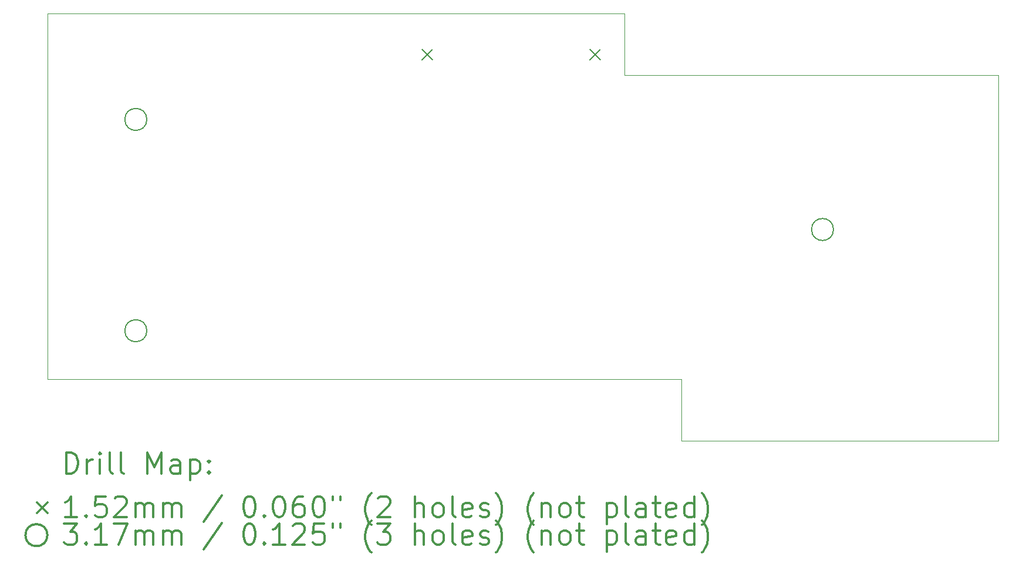
<source format=gbr>
%FSLAX45Y45*%
G04 Gerber Fmt 4.5, Leading zero omitted, Abs format (unit mm)*
G04 Created by KiCad (PCBNEW 4.0.5-e0-6337~49~ubuntu14.04.1) date Fri Dec 30 14:23:28 2016*
%MOMM*%
%LPD*%
G01*
G04 APERTURE LIST*
%ADD10C,0.127000*%
%ADD11C,0.100000*%
%ADD12C,0.200000*%
%ADD13C,0.300000*%
G04 APERTURE END LIST*
D10*
D11*
X15938500Y-7493000D02*
X7620000Y-7493000D01*
X15938500Y-8382000D02*
X15938500Y-7493000D01*
X21336000Y-8382000D02*
X15938500Y-8382000D01*
X21336000Y-13652500D02*
X21336000Y-8382000D01*
X16764000Y-13652500D02*
X21336000Y-13652500D01*
X16764000Y-12763500D02*
X16764000Y-13652500D01*
X7620000Y-12763500D02*
X16764000Y-12763500D01*
X7620000Y-7493000D02*
X7620000Y-12763500D01*
D12*
X13017500Y-8007350D02*
X13169900Y-8159750D01*
X13169900Y-8007350D02*
X13017500Y-8159750D01*
X15443200Y-8007350D02*
X15595600Y-8159750D01*
X15595600Y-8007350D02*
X15443200Y-8159750D01*
X9048750Y-9017000D02*
G75*
G03X9048750Y-9017000I-158750J0D01*
G01*
X9048750Y-12065000D02*
G75*
G03X9048750Y-12065000I-158750J0D01*
G01*
X18954750Y-10604500D02*
G75*
G03X18954750Y-10604500I-158750J0D01*
G01*
D13*
X7886428Y-14123214D02*
X7886428Y-13823214D01*
X7957857Y-13823214D01*
X8000714Y-13837500D01*
X8029286Y-13866071D01*
X8043571Y-13894643D01*
X8057857Y-13951786D01*
X8057857Y-13994643D01*
X8043571Y-14051786D01*
X8029286Y-14080357D01*
X8000714Y-14108929D01*
X7957857Y-14123214D01*
X7886428Y-14123214D01*
X8186428Y-14123214D02*
X8186428Y-13923214D01*
X8186428Y-13980357D02*
X8200714Y-13951786D01*
X8215000Y-13937500D01*
X8243571Y-13923214D01*
X8272143Y-13923214D01*
X8372143Y-14123214D02*
X8372143Y-13923214D01*
X8372143Y-13823214D02*
X8357857Y-13837500D01*
X8372143Y-13851786D01*
X8386428Y-13837500D01*
X8372143Y-13823214D01*
X8372143Y-13851786D01*
X8557857Y-14123214D02*
X8529286Y-14108929D01*
X8515000Y-14080357D01*
X8515000Y-13823214D01*
X8715000Y-14123214D02*
X8686429Y-14108929D01*
X8672143Y-14080357D01*
X8672143Y-13823214D01*
X9057857Y-14123214D02*
X9057857Y-13823214D01*
X9157857Y-14037500D01*
X9257857Y-13823214D01*
X9257857Y-14123214D01*
X9529286Y-14123214D02*
X9529286Y-13966071D01*
X9515000Y-13937500D01*
X9486429Y-13923214D01*
X9429286Y-13923214D01*
X9400714Y-13937500D01*
X9529286Y-14108929D02*
X9500714Y-14123214D01*
X9429286Y-14123214D01*
X9400714Y-14108929D01*
X9386429Y-14080357D01*
X9386429Y-14051786D01*
X9400714Y-14023214D01*
X9429286Y-14008929D01*
X9500714Y-14008929D01*
X9529286Y-13994643D01*
X9672143Y-13923214D02*
X9672143Y-14223214D01*
X9672143Y-13937500D02*
X9700714Y-13923214D01*
X9757857Y-13923214D01*
X9786429Y-13937500D01*
X9800714Y-13951786D01*
X9815000Y-13980357D01*
X9815000Y-14066071D01*
X9800714Y-14094643D01*
X9786429Y-14108929D01*
X9757857Y-14123214D01*
X9700714Y-14123214D01*
X9672143Y-14108929D01*
X9943571Y-14094643D02*
X9957857Y-14108929D01*
X9943571Y-14123214D01*
X9929286Y-14108929D01*
X9943571Y-14094643D01*
X9943571Y-14123214D01*
X9943571Y-13937500D02*
X9957857Y-13951786D01*
X9943571Y-13966071D01*
X9929286Y-13951786D01*
X9943571Y-13937500D01*
X9943571Y-13966071D01*
X7462600Y-14541300D02*
X7615000Y-14693700D01*
X7615000Y-14541300D02*
X7462600Y-14693700D01*
X8043571Y-14753214D02*
X7872143Y-14753214D01*
X7957857Y-14753214D02*
X7957857Y-14453214D01*
X7929286Y-14496071D01*
X7900714Y-14524643D01*
X7872143Y-14538929D01*
X8172143Y-14724643D02*
X8186428Y-14738929D01*
X8172143Y-14753214D01*
X8157857Y-14738929D01*
X8172143Y-14724643D01*
X8172143Y-14753214D01*
X8457857Y-14453214D02*
X8315000Y-14453214D01*
X8300714Y-14596071D01*
X8315000Y-14581786D01*
X8343571Y-14567500D01*
X8415000Y-14567500D01*
X8443571Y-14581786D01*
X8457857Y-14596071D01*
X8472143Y-14624643D01*
X8472143Y-14696071D01*
X8457857Y-14724643D01*
X8443571Y-14738929D01*
X8415000Y-14753214D01*
X8343571Y-14753214D01*
X8315000Y-14738929D01*
X8300714Y-14724643D01*
X8586429Y-14481786D02*
X8600714Y-14467500D01*
X8629286Y-14453214D01*
X8700714Y-14453214D01*
X8729286Y-14467500D01*
X8743571Y-14481786D01*
X8757857Y-14510357D01*
X8757857Y-14538929D01*
X8743571Y-14581786D01*
X8572143Y-14753214D01*
X8757857Y-14753214D01*
X8886429Y-14753214D02*
X8886429Y-14553214D01*
X8886429Y-14581786D02*
X8900714Y-14567500D01*
X8929286Y-14553214D01*
X8972143Y-14553214D01*
X9000714Y-14567500D01*
X9015000Y-14596071D01*
X9015000Y-14753214D01*
X9015000Y-14596071D02*
X9029286Y-14567500D01*
X9057857Y-14553214D01*
X9100714Y-14553214D01*
X9129286Y-14567500D01*
X9143571Y-14596071D01*
X9143571Y-14753214D01*
X9286429Y-14753214D02*
X9286429Y-14553214D01*
X9286429Y-14581786D02*
X9300714Y-14567500D01*
X9329286Y-14553214D01*
X9372143Y-14553214D01*
X9400714Y-14567500D01*
X9415000Y-14596071D01*
X9415000Y-14753214D01*
X9415000Y-14596071D02*
X9429286Y-14567500D01*
X9457857Y-14553214D01*
X9500714Y-14553214D01*
X9529286Y-14567500D01*
X9543571Y-14596071D01*
X9543571Y-14753214D01*
X10129286Y-14438929D02*
X9872143Y-14824643D01*
X10515000Y-14453214D02*
X10543571Y-14453214D01*
X10572143Y-14467500D01*
X10586428Y-14481786D01*
X10600714Y-14510357D01*
X10615000Y-14567500D01*
X10615000Y-14638929D01*
X10600714Y-14696071D01*
X10586428Y-14724643D01*
X10572143Y-14738929D01*
X10543571Y-14753214D01*
X10515000Y-14753214D01*
X10486428Y-14738929D01*
X10472143Y-14724643D01*
X10457857Y-14696071D01*
X10443571Y-14638929D01*
X10443571Y-14567500D01*
X10457857Y-14510357D01*
X10472143Y-14481786D01*
X10486428Y-14467500D01*
X10515000Y-14453214D01*
X10743571Y-14724643D02*
X10757857Y-14738929D01*
X10743571Y-14753214D01*
X10729286Y-14738929D01*
X10743571Y-14724643D01*
X10743571Y-14753214D01*
X10943571Y-14453214D02*
X10972143Y-14453214D01*
X11000714Y-14467500D01*
X11015000Y-14481786D01*
X11029286Y-14510357D01*
X11043571Y-14567500D01*
X11043571Y-14638929D01*
X11029286Y-14696071D01*
X11015000Y-14724643D01*
X11000714Y-14738929D01*
X10972143Y-14753214D01*
X10943571Y-14753214D01*
X10915000Y-14738929D01*
X10900714Y-14724643D01*
X10886428Y-14696071D01*
X10872143Y-14638929D01*
X10872143Y-14567500D01*
X10886428Y-14510357D01*
X10900714Y-14481786D01*
X10915000Y-14467500D01*
X10943571Y-14453214D01*
X11300714Y-14453214D02*
X11243571Y-14453214D01*
X11215000Y-14467500D01*
X11200714Y-14481786D01*
X11172143Y-14524643D01*
X11157857Y-14581786D01*
X11157857Y-14696071D01*
X11172143Y-14724643D01*
X11186428Y-14738929D01*
X11215000Y-14753214D01*
X11272143Y-14753214D01*
X11300714Y-14738929D01*
X11315000Y-14724643D01*
X11329285Y-14696071D01*
X11329285Y-14624643D01*
X11315000Y-14596071D01*
X11300714Y-14581786D01*
X11272143Y-14567500D01*
X11215000Y-14567500D01*
X11186428Y-14581786D01*
X11172143Y-14596071D01*
X11157857Y-14624643D01*
X11515000Y-14453214D02*
X11543571Y-14453214D01*
X11572143Y-14467500D01*
X11586428Y-14481786D01*
X11600714Y-14510357D01*
X11615000Y-14567500D01*
X11615000Y-14638929D01*
X11600714Y-14696071D01*
X11586428Y-14724643D01*
X11572143Y-14738929D01*
X11543571Y-14753214D01*
X11515000Y-14753214D01*
X11486428Y-14738929D01*
X11472143Y-14724643D01*
X11457857Y-14696071D01*
X11443571Y-14638929D01*
X11443571Y-14567500D01*
X11457857Y-14510357D01*
X11472143Y-14481786D01*
X11486428Y-14467500D01*
X11515000Y-14453214D01*
X11729286Y-14453214D02*
X11729286Y-14510357D01*
X11843571Y-14453214D02*
X11843571Y-14510357D01*
X12286428Y-14867500D02*
X12272143Y-14853214D01*
X12243571Y-14810357D01*
X12229285Y-14781786D01*
X12215000Y-14738929D01*
X12200714Y-14667500D01*
X12200714Y-14610357D01*
X12215000Y-14538929D01*
X12229285Y-14496071D01*
X12243571Y-14467500D01*
X12272143Y-14424643D01*
X12286428Y-14410357D01*
X12386428Y-14481786D02*
X12400714Y-14467500D01*
X12429285Y-14453214D01*
X12500714Y-14453214D01*
X12529285Y-14467500D01*
X12543571Y-14481786D01*
X12557857Y-14510357D01*
X12557857Y-14538929D01*
X12543571Y-14581786D01*
X12372143Y-14753214D01*
X12557857Y-14753214D01*
X12915000Y-14753214D02*
X12915000Y-14453214D01*
X13043571Y-14753214D02*
X13043571Y-14596071D01*
X13029285Y-14567500D01*
X13000714Y-14553214D01*
X12957857Y-14553214D01*
X12929285Y-14567500D01*
X12915000Y-14581786D01*
X13229285Y-14753214D02*
X13200714Y-14738929D01*
X13186428Y-14724643D01*
X13172143Y-14696071D01*
X13172143Y-14610357D01*
X13186428Y-14581786D01*
X13200714Y-14567500D01*
X13229285Y-14553214D01*
X13272143Y-14553214D01*
X13300714Y-14567500D01*
X13315000Y-14581786D01*
X13329285Y-14610357D01*
X13329285Y-14696071D01*
X13315000Y-14724643D01*
X13300714Y-14738929D01*
X13272143Y-14753214D01*
X13229285Y-14753214D01*
X13500714Y-14753214D02*
X13472143Y-14738929D01*
X13457857Y-14710357D01*
X13457857Y-14453214D01*
X13729286Y-14738929D02*
X13700714Y-14753214D01*
X13643571Y-14753214D01*
X13615000Y-14738929D01*
X13600714Y-14710357D01*
X13600714Y-14596071D01*
X13615000Y-14567500D01*
X13643571Y-14553214D01*
X13700714Y-14553214D01*
X13729286Y-14567500D01*
X13743571Y-14596071D01*
X13743571Y-14624643D01*
X13600714Y-14653214D01*
X13857857Y-14738929D02*
X13886428Y-14753214D01*
X13943571Y-14753214D01*
X13972143Y-14738929D01*
X13986428Y-14710357D01*
X13986428Y-14696071D01*
X13972143Y-14667500D01*
X13943571Y-14653214D01*
X13900714Y-14653214D01*
X13872143Y-14638929D01*
X13857857Y-14610357D01*
X13857857Y-14596071D01*
X13872143Y-14567500D01*
X13900714Y-14553214D01*
X13943571Y-14553214D01*
X13972143Y-14567500D01*
X14086428Y-14867500D02*
X14100714Y-14853214D01*
X14129286Y-14810357D01*
X14143571Y-14781786D01*
X14157857Y-14738929D01*
X14172143Y-14667500D01*
X14172143Y-14610357D01*
X14157857Y-14538929D01*
X14143571Y-14496071D01*
X14129286Y-14467500D01*
X14100714Y-14424643D01*
X14086428Y-14410357D01*
X14629286Y-14867500D02*
X14615000Y-14853214D01*
X14586428Y-14810357D01*
X14572143Y-14781786D01*
X14557857Y-14738929D01*
X14543571Y-14667500D01*
X14543571Y-14610357D01*
X14557857Y-14538929D01*
X14572143Y-14496071D01*
X14586428Y-14467500D01*
X14615000Y-14424643D01*
X14629286Y-14410357D01*
X14743571Y-14553214D02*
X14743571Y-14753214D01*
X14743571Y-14581786D02*
X14757857Y-14567500D01*
X14786428Y-14553214D01*
X14829286Y-14553214D01*
X14857857Y-14567500D01*
X14872143Y-14596071D01*
X14872143Y-14753214D01*
X15057857Y-14753214D02*
X15029286Y-14738929D01*
X15015000Y-14724643D01*
X15000714Y-14696071D01*
X15000714Y-14610357D01*
X15015000Y-14581786D01*
X15029286Y-14567500D01*
X15057857Y-14553214D01*
X15100714Y-14553214D01*
X15129286Y-14567500D01*
X15143571Y-14581786D01*
X15157857Y-14610357D01*
X15157857Y-14696071D01*
X15143571Y-14724643D01*
X15129286Y-14738929D01*
X15100714Y-14753214D01*
X15057857Y-14753214D01*
X15243571Y-14553214D02*
X15357857Y-14553214D01*
X15286428Y-14453214D02*
X15286428Y-14710357D01*
X15300714Y-14738929D01*
X15329286Y-14753214D01*
X15357857Y-14753214D01*
X15686428Y-14553214D02*
X15686428Y-14853214D01*
X15686428Y-14567500D02*
X15715000Y-14553214D01*
X15772143Y-14553214D01*
X15800714Y-14567500D01*
X15815000Y-14581786D01*
X15829286Y-14610357D01*
X15829286Y-14696071D01*
X15815000Y-14724643D01*
X15800714Y-14738929D01*
X15772143Y-14753214D01*
X15715000Y-14753214D01*
X15686428Y-14738929D01*
X16000714Y-14753214D02*
X15972143Y-14738929D01*
X15957857Y-14710357D01*
X15957857Y-14453214D01*
X16243571Y-14753214D02*
X16243571Y-14596071D01*
X16229286Y-14567500D01*
X16200714Y-14553214D01*
X16143571Y-14553214D01*
X16115000Y-14567500D01*
X16243571Y-14738929D02*
X16215000Y-14753214D01*
X16143571Y-14753214D01*
X16115000Y-14738929D01*
X16100714Y-14710357D01*
X16100714Y-14681786D01*
X16115000Y-14653214D01*
X16143571Y-14638929D01*
X16215000Y-14638929D01*
X16243571Y-14624643D01*
X16343571Y-14553214D02*
X16457857Y-14553214D01*
X16386429Y-14453214D02*
X16386429Y-14710357D01*
X16400714Y-14738929D01*
X16429286Y-14753214D01*
X16457857Y-14753214D01*
X16672143Y-14738929D02*
X16643571Y-14753214D01*
X16586429Y-14753214D01*
X16557857Y-14738929D01*
X16543571Y-14710357D01*
X16543571Y-14596071D01*
X16557857Y-14567500D01*
X16586429Y-14553214D01*
X16643571Y-14553214D01*
X16672143Y-14567500D01*
X16686429Y-14596071D01*
X16686429Y-14624643D01*
X16543571Y-14653214D01*
X16943572Y-14753214D02*
X16943572Y-14453214D01*
X16943572Y-14738929D02*
X16915000Y-14753214D01*
X16857857Y-14753214D01*
X16829286Y-14738929D01*
X16815000Y-14724643D01*
X16800714Y-14696071D01*
X16800714Y-14610357D01*
X16815000Y-14581786D01*
X16829286Y-14567500D01*
X16857857Y-14553214D01*
X16915000Y-14553214D01*
X16943572Y-14567500D01*
X17057857Y-14867500D02*
X17072143Y-14853214D01*
X17100714Y-14810357D01*
X17115000Y-14781786D01*
X17129286Y-14738929D01*
X17143572Y-14667500D01*
X17143572Y-14610357D01*
X17129286Y-14538929D01*
X17115000Y-14496071D01*
X17100714Y-14467500D01*
X17072143Y-14424643D01*
X17057857Y-14410357D01*
X7615000Y-15013500D02*
G75*
G03X7615000Y-15013500I-158750J0D01*
G01*
X7857857Y-14849214D02*
X8043571Y-14849214D01*
X7943571Y-14963500D01*
X7986428Y-14963500D01*
X8015000Y-14977786D01*
X8029286Y-14992071D01*
X8043571Y-15020643D01*
X8043571Y-15092071D01*
X8029286Y-15120643D01*
X8015000Y-15134929D01*
X7986428Y-15149214D01*
X7900714Y-15149214D01*
X7872143Y-15134929D01*
X7857857Y-15120643D01*
X8172143Y-15120643D02*
X8186428Y-15134929D01*
X8172143Y-15149214D01*
X8157857Y-15134929D01*
X8172143Y-15120643D01*
X8172143Y-15149214D01*
X8472143Y-15149214D02*
X8300714Y-15149214D01*
X8386428Y-15149214D02*
X8386428Y-14849214D01*
X8357857Y-14892071D01*
X8329286Y-14920643D01*
X8300714Y-14934929D01*
X8572143Y-14849214D02*
X8772143Y-14849214D01*
X8643571Y-15149214D01*
X8886429Y-15149214D02*
X8886429Y-14949214D01*
X8886429Y-14977786D02*
X8900714Y-14963500D01*
X8929286Y-14949214D01*
X8972143Y-14949214D01*
X9000714Y-14963500D01*
X9015000Y-14992071D01*
X9015000Y-15149214D01*
X9015000Y-14992071D02*
X9029286Y-14963500D01*
X9057857Y-14949214D01*
X9100714Y-14949214D01*
X9129286Y-14963500D01*
X9143571Y-14992071D01*
X9143571Y-15149214D01*
X9286429Y-15149214D02*
X9286429Y-14949214D01*
X9286429Y-14977786D02*
X9300714Y-14963500D01*
X9329286Y-14949214D01*
X9372143Y-14949214D01*
X9400714Y-14963500D01*
X9415000Y-14992071D01*
X9415000Y-15149214D01*
X9415000Y-14992071D02*
X9429286Y-14963500D01*
X9457857Y-14949214D01*
X9500714Y-14949214D01*
X9529286Y-14963500D01*
X9543571Y-14992071D01*
X9543571Y-15149214D01*
X10129286Y-14834929D02*
X9872143Y-15220643D01*
X10515000Y-14849214D02*
X10543571Y-14849214D01*
X10572143Y-14863500D01*
X10586428Y-14877786D01*
X10600714Y-14906357D01*
X10615000Y-14963500D01*
X10615000Y-15034929D01*
X10600714Y-15092071D01*
X10586428Y-15120643D01*
X10572143Y-15134929D01*
X10543571Y-15149214D01*
X10515000Y-15149214D01*
X10486428Y-15134929D01*
X10472143Y-15120643D01*
X10457857Y-15092071D01*
X10443571Y-15034929D01*
X10443571Y-14963500D01*
X10457857Y-14906357D01*
X10472143Y-14877786D01*
X10486428Y-14863500D01*
X10515000Y-14849214D01*
X10743571Y-15120643D02*
X10757857Y-15134929D01*
X10743571Y-15149214D01*
X10729286Y-15134929D01*
X10743571Y-15120643D01*
X10743571Y-15149214D01*
X11043571Y-15149214D02*
X10872143Y-15149214D01*
X10957857Y-15149214D02*
X10957857Y-14849214D01*
X10929286Y-14892071D01*
X10900714Y-14920643D01*
X10872143Y-14934929D01*
X11157857Y-14877786D02*
X11172143Y-14863500D01*
X11200714Y-14849214D01*
X11272143Y-14849214D01*
X11300714Y-14863500D01*
X11315000Y-14877786D01*
X11329285Y-14906357D01*
X11329285Y-14934929D01*
X11315000Y-14977786D01*
X11143571Y-15149214D01*
X11329285Y-15149214D01*
X11600714Y-14849214D02*
X11457857Y-14849214D01*
X11443571Y-14992071D01*
X11457857Y-14977786D01*
X11486428Y-14963500D01*
X11557857Y-14963500D01*
X11586428Y-14977786D01*
X11600714Y-14992071D01*
X11615000Y-15020643D01*
X11615000Y-15092071D01*
X11600714Y-15120643D01*
X11586428Y-15134929D01*
X11557857Y-15149214D01*
X11486428Y-15149214D01*
X11457857Y-15134929D01*
X11443571Y-15120643D01*
X11729286Y-14849214D02*
X11729286Y-14906357D01*
X11843571Y-14849214D02*
X11843571Y-14906357D01*
X12286428Y-15263500D02*
X12272143Y-15249214D01*
X12243571Y-15206357D01*
X12229285Y-15177786D01*
X12215000Y-15134929D01*
X12200714Y-15063500D01*
X12200714Y-15006357D01*
X12215000Y-14934929D01*
X12229285Y-14892071D01*
X12243571Y-14863500D01*
X12272143Y-14820643D01*
X12286428Y-14806357D01*
X12372143Y-14849214D02*
X12557857Y-14849214D01*
X12457857Y-14963500D01*
X12500714Y-14963500D01*
X12529285Y-14977786D01*
X12543571Y-14992071D01*
X12557857Y-15020643D01*
X12557857Y-15092071D01*
X12543571Y-15120643D01*
X12529285Y-15134929D01*
X12500714Y-15149214D01*
X12415000Y-15149214D01*
X12386428Y-15134929D01*
X12372143Y-15120643D01*
X12915000Y-15149214D02*
X12915000Y-14849214D01*
X13043571Y-15149214D02*
X13043571Y-14992071D01*
X13029285Y-14963500D01*
X13000714Y-14949214D01*
X12957857Y-14949214D01*
X12929285Y-14963500D01*
X12915000Y-14977786D01*
X13229285Y-15149214D02*
X13200714Y-15134929D01*
X13186428Y-15120643D01*
X13172143Y-15092071D01*
X13172143Y-15006357D01*
X13186428Y-14977786D01*
X13200714Y-14963500D01*
X13229285Y-14949214D01*
X13272143Y-14949214D01*
X13300714Y-14963500D01*
X13315000Y-14977786D01*
X13329285Y-15006357D01*
X13329285Y-15092071D01*
X13315000Y-15120643D01*
X13300714Y-15134929D01*
X13272143Y-15149214D01*
X13229285Y-15149214D01*
X13500714Y-15149214D02*
X13472143Y-15134929D01*
X13457857Y-15106357D01*
X13457857Y-14849214D01*
X13729286Y-15134929D02*
X13700714Y-15149214D01*
X13643571Y-15149214D01*
X13615000Y-15134929D01*
X13600714Y-15106357D01*
X13600714Y-14992071D01*
X13615000Y-14963500D01*
X13643571Y-14949214D01*
X13700714Y-14949214D01*
X13729286Y-14963500D01*
X13743571Y-14992071D01*
X13743571Y-15020643D01*
X13600714Y-15049214D01*
X13857857Y-15134929D02*
X13886428Y-15149214D01*
X13943571Y-15149214D01*
X13972143Y-15134929D01*
X13986428Y-15106357D01*
X13986428Y-15092071D01*
X13972143Y-15063500D01*
X13943571Y-15049214D01*
X13900714Y-15049214D01*
X13872143Y-15034929D01*
X13857857Y-15006357D01*
X13857857Y-14992071D01*
X13872143Y-14963500D01*
X13900714Y-14949214D01*
X13943571Y-14949214D01*
X13972143Y-14963500D01*
X14086428Y-15263500D02*
X14100714Y-15249214D01*
X14129286Y-15206357D01*
X14143571Y-15177786D01*
X14157857Y-15134929D01*
X14172143Y-15063500D01*
X14172143Y-15006357D01*
X14157857Y-14934929D01*
X14143571Y-14892071D01*
X14129286Y-14863500D01*
X14100714Y-14820643D01*
X14086428Y-14806357D01*
X14629286Y-15263500D02*
X14615000Y-15249214D01*
X14586428Y-15206357D01*
X14572143Y-15177786D01*
X14557857Y-15134929D01*
X14543571Y-15063500D01*
X14543571Y-15006357D01*
X14557857Y-14934929D01*
X14572143Y-14892071D01*
X14586428Y-14863500D01*
X14615000Y-14820643D01*
X14629286Y-14806357D01*
X14743571Y-14949214D02*
X14743571Y-15149214D01*
X14743571Y-14977786D02*
X14757857Y-14963500D01*
X14786428Y-14949214D01*
X14829286Y-14949214D01*
X14857857Y-14963500D01*
X14872143Y-14992071D01*
X14872143Y-15149214D01*
X15057857Y-15149214D02*
X15029286Y-15134929D01*
X15015000Y-15120643D01*
X15000714Y-15092071D01*
X15000714Y-15006357D01*
X15015000Y-14977786D01*
X15029286Y-14963500D01*
X15057857Y-14949214D01*
X15100714Y-14949214D01*
X15129286Y-14963500D01*
X15143571Y-14977786D01*
X15157857Y-15006357D01*
X15157857Y-15092071D01*
X15143571Y-15120643D01*
X15129286Y-15134929D01*
X15100714Y-15149214D01*
X15057857Y-15149214D01*
X15243571Y-14949214D02*
X15357857Y-14949214D01*
X15286428Y-14849214D02*
X15286428Y-15106357D01*
X15300714Y-15134929D01*
X15329286Y-15149214D01*
X15357857Y-15149214D01*
X15686428Y-14949214D02*
X15686428Y-15249214D01*
X15686428Y-14963500D02*
X15715000Y-14949214D01*
X15772143Y-14949214D01*
X15800714Y-14963500D01*
X15815000Y-14977786D01*
X15829286Y-15006357D01*
X15829286Y-15092071D01*
X15815000Y-15120643D01*
X15800714Y-15134929D01*
X15772143Y-15149214D01*
X15715000Y-15149214D01*
X15686428Y-15134929D01*
X16000714Y-15149214D02*
X15972143Y-15134929D01*
X15957857Y-15106357D01*
X15957857Y-14849214D01*
X16243571Y-15149214D02*
X16243571Y-14992071D01*
X16229286Y-14963500D01*
X16200714Y-14949214D01*
X16143571Y-14949214D01*
X16115000Y-14963500D01*
X16243571Y-15134929D02*
X16215000Y-15149214D01*
X16143571Y-15149214D01*
X16115000Y-15134929D01*
X16100714Y-15106357D01*
X16100714Y-15077786D01*
X16115000Y-15049214D01*
X16143571Y-15034929D01*
X16215000Y-15034929D01*
X16243571Y-15020643D01*
X16343571Y-14949214D02*
X16457857Y-14949214D01*
X16386429Y-14849214D02*
X16386429Y-15106357D01*
X16400714Y-15134929D01*
X16429286Y-15149214D01*
X16457857Y-15149214D01*
X16672143Y-15134929D02*
X16643571Y-15149214D01*
X16586429Y-15149214D01*
X16557857Y-15134929D01*
X16543571Y-15106357D01*
X16543571Y-14992071D01*
X16557857Y-14963500D01*
X16586429Y-14949214D01*
X16643571Y-14949214D01*
X16672143Y-14963500D01*
X16686429Y-14992071D01*
X16686429Y-15020643D01*
X16543571Y-15049214D01*
X16943572Y-15149214D02*
X16943572Y-14849214D01*
X16943572Y-15134929D02*
X16915000Y-15149214D01*
X16857857Y-15149214D01*
X16829286Y-15134929D01*
X16815000Y-15120643D01*
X16800714Y-15092071D01*
X16800714Y-15006357D01*
X16815000Y-14977786D01*
X16829286Y-14963500D01*
X16857857Y-14949214D01*
X16915000Y-14949214D01*
X16943572Y-14963500D01*
X17057857Y-15263500D02*
X17072143Y-15249214D01*
X17100714Y-15206357D01*
X17115000Y-15177786D01*
X17129286Y-15134929D01*
X17143572Y-15063500D01*
X17143572Y-15006357D01*
X17129286Y-14934929D01*
X17115000Y-14892071D01*
X17100714Y-14863500D01*
X17072143Y-14820643D01*
X17057857Y-14806357D01*
M02*

</source>
